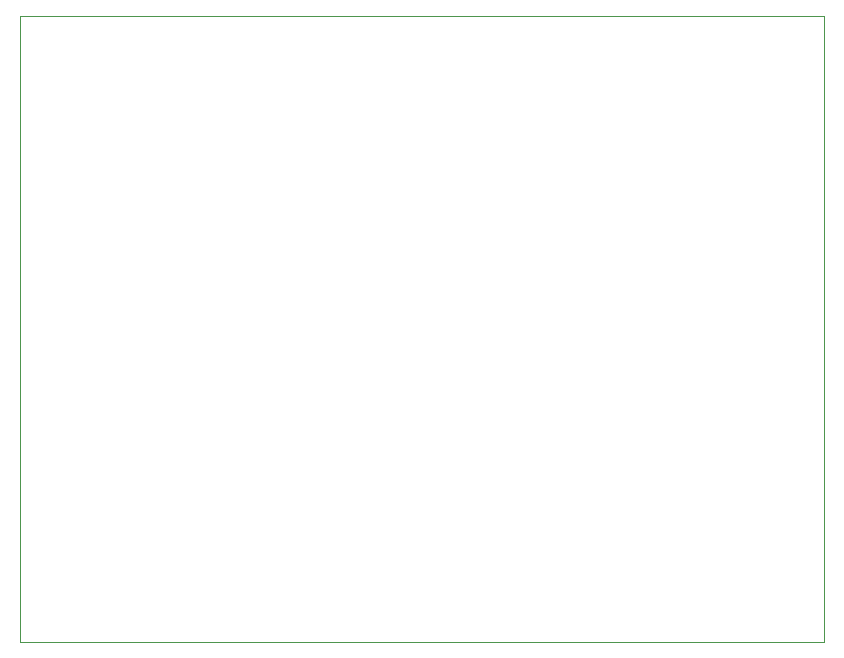
<source format=gbr>
%TF.GenerationSoftware,KiCad,Pcbnew,9.0.1*%
%TF.CreationDate,2025-05-07T00:20:05-04:00*%
%TF.ProjectId,nano-shield,6e616e6f-2d73-4686-9965-6c642e6b6963,rev?*%
%TF.SameCoordinates,Original*%
%TF.FileFunction,Profile,NP*%
%FSLAX46Y46*%
G04 Gerber Fmt 4.6, Leading zero omitted, Abs format (unit mm)*
G04 Created by KiCad (PCBNEW 9.0.1) date 2025-05-07 00:20:05*
%MOMM*%
%LPD*%
G01*
G04 APERTURE LIST*
%TA.AperFunction,Profile*%
%ADD10C,0.050000*%
%TD*%
G04 APERTURE END LIST*
D10*
X100000000Y-52000000D02*
X168000000Y-52000000D01*
X168000000Y-105000000D01*
X100000000Y-105000000D01*
X100000000Y-52000000D01*
M02*

</source>
